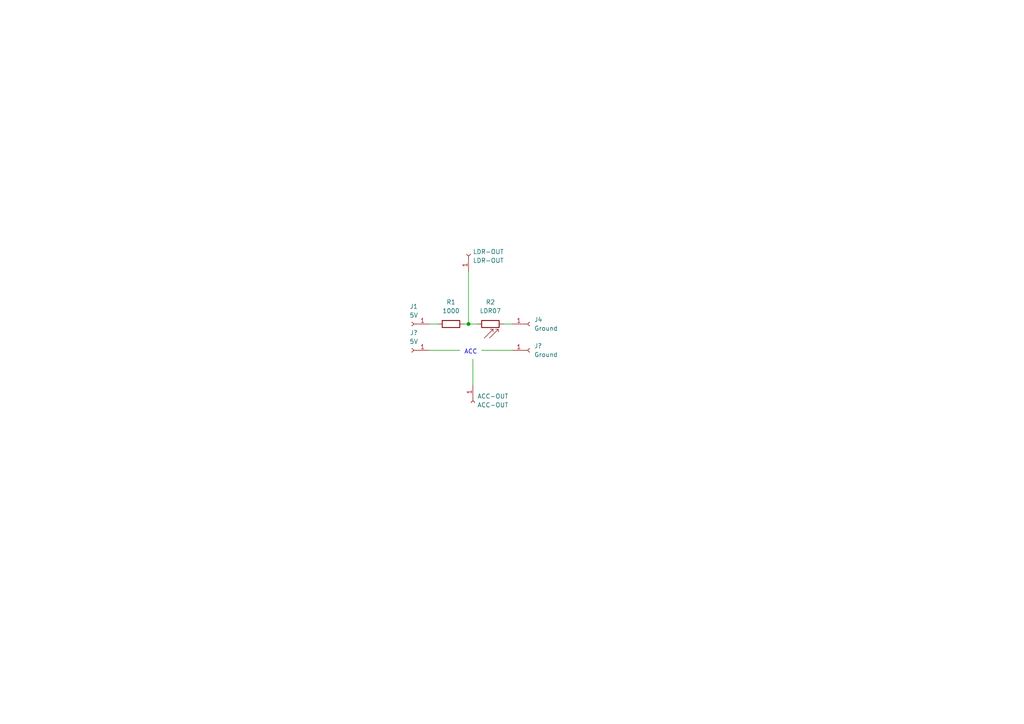
<source format=kicad_sch>
(kicad_sch (version 20211123) (generator eeschema)
  (paper "A4")
  (lib_symbols
    (symbol "Connector:Conn_01x01_Female" (pin_names (offset 1.016) hide)
      (property "Reference" "J" (at 0 2.54 0))
      (property "Value" "Conn_01x01_Female" (at 0 -2.54 0))
      (symbol "Conn_01x01_Female_1_1"
        (polyline (pts (xy -1.27 0) (xy -0.508 0)) (stroke (width 0.1524)))
        (arc (start 0 0.508) (mid -0.508 0) (end 0 -0.508) (stroke (width 0.1524)))
        (pin passive line (at -5.08 0 0) (length 3.81) (name "Pin_1") (number "1"))
      )
    )
    (symbol "Device:R" (pin_numbers hide) (pin_names (offset 0))
      (property "Reference" "R" (at 2.032 0 90))
      (property "Value" "R" (at 0 0 90))
      (symbol "R_0_1"
        (rectangle (start -1.016 -2.54) (end 1.016 2.54) (stroke (width 0.254)))
      )
      (symbol "R_1_1"
        (pin passive line (at 0 3.81 270) (length 1.27) (name "~") (number "1"))
        (pin passive line (at 0 -3.81 90) (length 1.27) (name "~") (number "2"))
      )
    )
    (symbol "Sensor_Optical:LDR07" (pin_numbers hide) (pin_names (offset 0))
      (property "Reference" "R" (at -5.08 0 90))
      (property "Value" "LDR07" (at 1.905 0 90))
      (symbol "LDR07_0_1"
        (rectangle (start -1.016 2.54) (end 1.016 -2.54) (stroke (width 0.254)))
        (polyline (pts (xy -1.524 -2.286) (xy -4.064 0.254)))
        (polyline (pts (xy -1.524 -2.286) (xy -2.286 -2.286)))
        (polyline (pts (xy -1.524 -2.286) (xy -1.524 -1.524)))
        (polyline (pts (xy -1.524 -0.762) (xy -4.064 1.778)))
        (polyline (pts (xy -1.524 -0.762) (xy -2.286 -0.762)))
        (polyline (pts (xy -1.524 -0.762) (xy -1.524 0)))
      )
      (symbol "LDR07_1_1"
        (pin passive line (at 0 3.81 270) (length 1.27) (name "~") (number "1"))
        (pin passive line (at 0 -3.81 90) (length 1.27) (name "~") (number "2"))
      )
    )
  )
  (junction (at 135.89 93.98))
  (wire (pts (xy 135.89 93.98) (xy 138.43 93.98)))
  (wire (pts (xy 134.62 93.98) (xy 135.89 93.98)))
  (wire (pts (xy 139.7 101.6) (xy 148.59 101.6)))
  (wire (pts (xy 137.16 104.14) (xy 137.16 111.76)))
  (wire (pts (xy 124.46 93.98) (xy 127 93.98)))
  (wire (pts (xy 135.89 78.74) (xy 135.89 93.98)))
  (wire (pts (xy 146.05 93.98) (xy 148.59 93.98)))
  (wire (pts (xy 124.46 101.6) (xy 133.35 101.6)))
  (text "ACC" (at 134.62 102.87 0) (effects (font (size 1.27 1.27)) (justify left bottom)))
  (symbol (lib_id "Connector:Conn_01x01_Female") (at 137.16 116.84 270) (unit 1)
    (property "Reference" "ACC-OUT" (at 138.43 114.9349 90) (effects (justify left)))
    (property "Value" "ACC-OUT" (at 138.43 117.4749 90) (effects (justify left)))
    (property "Footprint" "Connector_PinHeader_1.00mm:PinHeader_1x01_P1.00mm_Vertical" (effects hide))
  )
  (symbol (lib_id "Connector:Conn_01x01_Female") (at 119.38 93.98 180) (unit 1)
    (property "Reference" "J1" (at 120.015 88.9 0))
    (property "Value" "5V" (at 120.015 91.44 0))
    (property "Footprint" "Connector_PinHeader_1.00mm:PinHeader_1x01_P1.00mm_Vertical" (effects hide))
  )
  (symbol (lib_id "Connector:Conn_01x01_Female") (at 153.67 93.98 0) (unit 1)
    (property "Reference" "J4" (at 154.94 92.7099 0) (effects (justify left)))
    (property "Value" "Ground" (at 154.94 95.2499 0) (effects (justify left)))
    (property "Footprint" "Connector_PinHeader_1.00mm:PinHeader_1x01_P1.00mm_Vertical" (effects hide))
  )
  (symbol (lib_id "Sensor_Optical:LDR07") (at 142.24 93.98 90) (unit 1)
    (property "Reference" "R2" (at 142.24 87.63 90))
    (property "Value" "LDR07" (at 142.24 90.17 90))
    (property "Footprint" "OptoDevice:R_LDR_5.1x4.3mm_P3.4mm_Vertical" (effects hide))
    (property "Datasheet" "http://www.tme.eu/de/Document/f2e3ad76a925811312d226c31da4cd7e/LDR07.pdf" (effects hide))
  )
  (symbol (lib_id "Connector:Conn_01x01_Female") (at 153.67 101.6 0) (unit 1)
    (property "Reference" "J?" (at 154.94 100.3299 0) (effects (justify left)))
    (property "Value" "Ground" (at 154.94 102.8699 0) (effects (justify left)))
    (property "Footprint" "Connector_PinHeader_1.00mm:PinHeader_1x01_P1.00mm_Vertical" (effects hide))
  )
  (symbol (lib_id "Connector:Conn_01x01_Female") (at 135.89 73.66 90) (unit 1)
    (property "Reference" "LDR-OUT" (at 137.16 73.0249 90) (effects (justify right)))
    (property "Value" "LDR-OUT" (at 137.16 75.5649 90) (effects (justify right)))
    (property "Footprint" "Connector_PinHeader_1.00mm:PinHeader_1x01_P1.00mm_Vertical" (effects hide))
  )
  (symbol (lib_id "Connector:Conn_01x01_Female") (at 119.38 101.6 180) (unit 1)
    (property "Reference" "J?" (at 120.015 96.52 0))
    (property "Value" "5V" (at 120.015 99.06 0))
    (property "Footprint" "Connector_PinHeader_1.00mm:PinHeader_1x01_P1.00mm_Vertical" (effects hide))
  )
  (symbol (lib_id "Device:R") (at 130.81 93.98 90) (unit 1)
    (property "Reference" "R1" (at 130.81 87.63 90))
    (property "Value" "1000" (at 130.81 90.17 90))
    (property "Footprint" "Resistor_THT:R_Axial_DIN0204_L3.6mm_D1.6mm_P7.62mm_Horizontal" (effects hide))
  )
)
</source>
